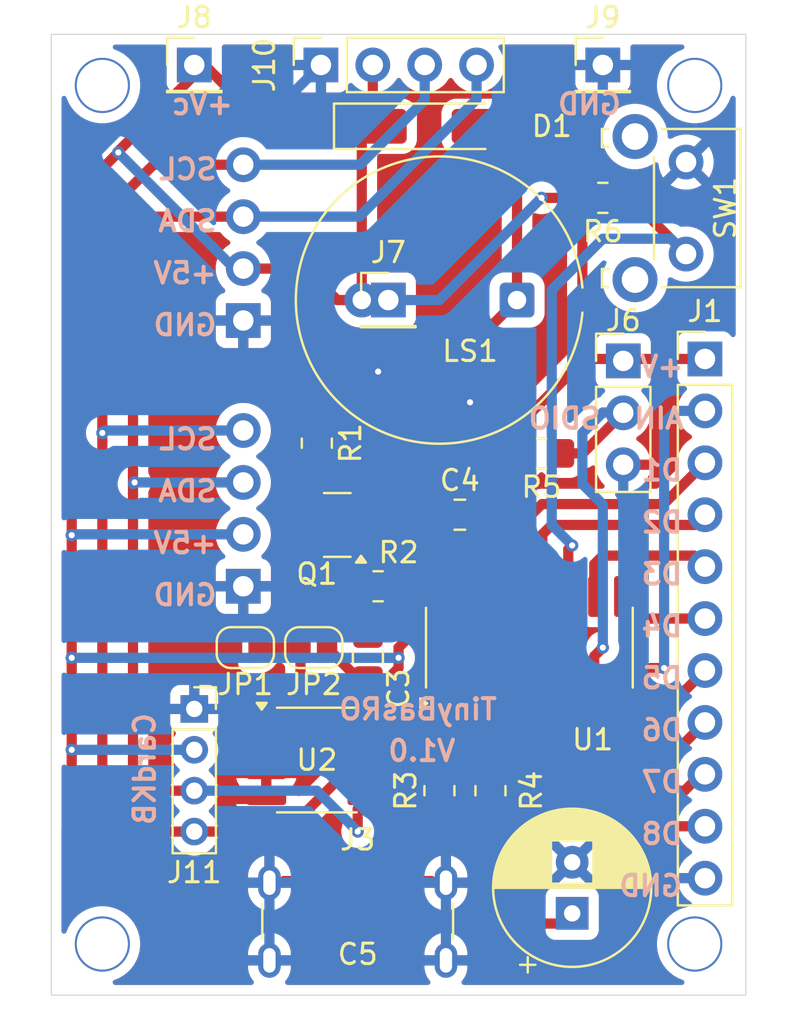
<source format=kicad_pcb>
(kicad_pcb (version 20241229) (generator "pcbnew") (generator_version "9.0")
  (layers (0 "F.Cu" signal) (2 "B.Cu" signal) (13 "F.Paste" user) (15 "B.Paste" user) (5 "F.SilkS" user "F.Silkscreen") (7 "B.SilkS" user "B.Silkscreen") (1 "F.Mask" user) (3 "B.Mask" user) (25 "Edge.Cuts" user))
  (net 0 "")
  (net 1 "VCC")
  (net 2 "GND")
  (net 3 "Net-(D1-A)")
  (net 4 "Net-(J1-Pin_10)")
  (net 5 "Net-(J1-Pin_9)")
  (net 6 "Net-(J1-Pin_7)")
  (net 7 "Net-(J1-Pin_8)")
  (net 8 "Net-(J1-Pin_4)")
  (net 9 "Net-(J1-Pin_2)")
  (net 10 "Net-(J1-Pin_3)")
  (net 11 "Net-(J1-Pin_5)")
  (net 12 "Net-(J1-Pin_6)")
  (net 13 "Net-(J10-Pin_3)")
  (net 14 "Net-(J10-Pin_4)")
  (net 17 "Net-(J6-Pin_2)")
  (net 18 "Net-(Q1-C)")
  (net 19 "Net-(Q1-B)")
  (net 20 "Net-(U1-PC0)")
  (net 21 "Net-(U1-PD7)")
  (net 22 "Net-(JP1-A)")
  (footprint "Connector_PinHeader_2.54mm:PinHeader_1x01_P2.54mm_Vertical" (layer "F.Cu") (at 116.5 113)
    (property "Reference" "J7" (at 0 -2.33 0) (layer "F.SilkS"))
    (property "Value" "Conn_01x01_Pin" (hide yes))
    (pad "1" thru_hole rect (at 0 0) (size 1.7 1.7) (drill 1) (layers "*.Cu" "*.Mask") (net 1 "VCC"))
  )
  (footprint "Connector_PinHeader_2.54mm:PinHeader_1x01_P2.54mm_Vertical" (layer "F.Cu") (at 127 101.5)
    (property "Reference" "J9" (at 0 -2.33 0) (layer "F.SilkS"))
    (property "Value" "Conn_01x01_Pin" (hide yes))
    (pad "1" thru_hole rect (at 0 0) (size 1.7 1.7) (drill 1) (layers "*.Cu" "*.Mask") (net 2 "GND"))
  )
  (footprint "Jumper:SolderJumper-2_P1.3mm_Open_RoundedPad1.0x1.5mm" (layer "F.Cu") (at 109.5 130 180)
    (property "Reference" "JP1" (at 0 -1.8 0) (layer "F.SilkS"))
    (property "Value" "SolderJumper_2_Open" (hide yes))
    (pad "1" smd custom (at -0.65 0 180) (size 1 0.5) (layers "F.Cu" "F.Mask") (net 22 "Net-(JP1-A)") (options (clearance outline) (anchor rect)) (primitives (gr_circle (center 0 0.25) (end 0.5 0.25) (width 0) (fill yes)) (gr_circle (center 0 -0.25) (end 0.5 -0.25) (width 0) (fill yes)) (gr_poly (pts (xy 0.5 0.75) (xy 0 0.75) (xy 0 -0.75) (xy 0.5 -0.75)) (width 0) (fill yes))))
    (pad "2" smd custom (at 0.65 0 180) (size 1 0.5) (layers "F.Cu" "F.Mask") (net 2 "GND") (options (clearance outline) (anchor rect)) (primitives (gr_circle (center 0 0.25) (end 0.5 0.25) (width 0) (fill yes)) (gr_circle (center 0 -0.25) (end 0.5 -0.25) (width 0) (fill yes)) (gr_poly (pts (xy 0 0.75) (xy -0.5 0.75) (xy -0.5 -0.75) (xy 0 -0.75)) (width 0) (fill yes))))
  )
  (footprint "Connector_PinHeader_2.54mm:PinHeader_1x01_P2.54mm_Vertical" (layer "F.Cu") (at 107 101.5)
    (property "Reference" "J8" (at 0 -2.33 0) (layer "F.SilkS"))
    (property "Value" "Conn_01x01_Pin" (hide yes))
    (pad "1" thru_hole rect (at 0 0) (size 1.7 1.7) (drill 1) (layers "*.Cu" "*.Mask") (net 1 "VCC"))
  )
  (footprint "Resistor_SMD:R_0805_2012Metric_Pad1.20x1.40mm_HandSolder" (layer "F.Cu") (at 113 120 -90)
    (property "Reference" "R1" (at 0 -1.65 90) (layer "F.SilkS"))
    (property "Value" "100R")
    (pad "1" smd roundrect (at -1 0 270) (size 1.2 1.4) (layers "F.Cu" "F.Mask" "F.Paste") (roundrect_rratio 0.208333) (net 3 "Net-(D1-A)"))
    (pad "2" smd roundrect (at 1 0 270) (size 1.2 1.4) (layers "F.Cu" "F.Mask" "F.Paste") (roundrect_rratio 0.208333) (net 18 "Net-(Q1-C)"))
  )
  (footprint "Buzzer_Beeper:Indicator_PUI_AI-1440-TWT-24V-2-R" (layer "F.Cu") (at 122.8 113 180)
    (property "Reference" "LS1" (at 2.3 -2.5 0) (layer "F.SilkS"))
    (property "Value" "Speaker")
    (pad "1" thru_hole roundrect (at 0 0 180) (size 1.7 1.7) (drill 0.9) (layers "*.Cu" "*.Mask") (roundrect_rratio 0.147) (net 3 "Net-(D1-A)"))
    (pad "2" thru_hole circle (at 7.6 0 180) (size 1.7 1.7) (drill 0.9) (layers "*.Cu" "*.Mask") (net 1 "VCC"))
  )
  (footprint "Connector_USB:USB_C_Receptacle_GCT_USB4125-xx-x_6P_TopMnt_Horizontal" (layer "F.Cu") (at 115 144.5)
    (property "Reference" "J3" (at 0 -5.1 0) (layer "F.SilkS"))
    (property "Value" "USB_C_6P" (hide yes))
    (pad "A5" smd roundrect (at -0.5 -3.08) (size 0.7 1.2) (layers "F.Cu" "F.Mask" "F.Paste"))
    (pad "A9" smd roundrect (at 1.52 -3.08 180) (size 0.76 1.2) (layers "F.Cu" "F.Mask" "F.Paste") (net 1 "VCC"))
    (pad "A12" smd roundrect (at 2.75 -3.08 180) (size 0.8 1.2) (layers "F.Cu" "F.Mask" "F.Paste") (net 2 "GND"))
    (pad "B5" smd roundrect (at 0.5 -3.08 180) (size 0.7 1.2) (layers "F.Cu" "F.Mask" "F.Paste"))
    (pad "B9" smd roundrect (at -1.52 -3.08) (size 0.76 1.2) (layers "F.Cu" "F.Mask" "F.Paste") (net 1 "VCC"))
    (pad "B12" smd roundrect (at -2.75 -3.08) (size 0.8 1.2) (layers "F.Cu" "F.Mask" "F.Paste") (net 2 "GND"))
    (pad "S1" thru_hole oval (at -4.32 -3) (size 1.1 1.7) (drill oval 0.6 1.2) (property pad_prop_heatsink) (layers "*.Cu" "*.Mask" "F.Paste") (net 2 "GND"))
    (pad "S1" thru_hole oval (at -4.32 0.8) (size 1.1 1.7) (drill oval 0.6 1.2) (property pad_prop_heatsink) (layers "*.Cu" "*.Mask" "F.Paste") (net 2 "GND"))
    (pad "S1" thru_hole oval (at 4.32 -3) (size 1.1 1.7) (drill oval 0.6 1.2) (property pad_prop_heatsink) (layers "*.Cu" "*.Mask" "F.Paste") (net 2 "GND"))
    (pad "S1" thru_hole oval (at 4.32 0.8) (size 1.1 1.7) (drill oval 0.6 1.2) (property pad_prop_heatsink) (layers "*.Cu" "*.Mask" "F.Paste") (net 2 "GND"))
  )
  (footprint "Jumper:SolderJumper-2_P1.3mm_Open_RoundedPad1.0x1.5mm" (layer "F.Cu") (at 112.85 130 180)
    (property "Reference" "JP2" (at 0 -1.8 0) (layer "F.SilkS"))
    (property "Value" "SolderJumper_2_Open" (hide yes))
    (pad "1" smd custom (at -0.65 0 180) (size 1 0.5) (layers "F.Cu" "F.Mask") (net 1 "VCC") (options (clearance outline) (anchor rect)) (primitives (gr_circle (center 0 0.25) (end 0.5 0.25) (width 0) (fill yes)) (gr_circle (center 0 -0.25) (end 0.5 -0.25) (width 0) (fill yes)) (gr_poly (pts (xy 0.5 0.75) (xy 0 0.75) (xy 0 -0.75) (xy 0.5 -0.75)) (width 0) (fill yes))))
    (pad "2" smd custom (at 0.65 0 180) (size 1 0.5) (layers "F.Cu" "F.Mask") (net 22 "Net-(JP1-A)") (options (clearance outline) (anchor rect)) (primitives (gr_circle (center 0 0.25) (end 0.5 0.25) (width 0) (fill yes)) (gr_circle (center 0 -0.25) (end 0.5 -0.25) (width 0) (fill yes)) (gr_poly (pts (xy 0 0.75) (xy -0.5 0.75) (xy -0.5 -0.75) (xy 0 -0.75)) (width 0) (fill yes))))
  )
  (footprint "Capacitor_THT:CP_Radial_D7.5mm_P2.50mm" (layer "F.Cu") (at 125.5 143 90)
    (property "Reference" "C5" (at -2 -10.5 180) (layer "F.SilkS"))
    (property "Value" "100u")
    (pad "1" thru_hole rect (at 0 0 90) (size 1.6 1.6) (drill 0.8) (layers "*.Cu" "*.Mask") (net 1 "VCC"))
    (pad "2" thru_hole circle (at 2.5 0 90) (size 1.6 1.6) (drill 0.8) (layers "*.Cu" "*.Mask") (net 2 "GND"))
  )
  (footprint "Resistor_SMD:R_0805_2012Metric_Pad1.20x1.40mm_HandSolder" (layer "F.Cu") (at 116 127)
    (property "Reference" "R2" (at 1 -1.65 0) (layer "F.SilkS"))
    (property "Value" "3K9")
    (pad "1" smd roundrect (at -1 0) (size 1.2 1.4) (layers "F.Cu" "F.Mask" "F.Paste") (roundrect_rratio 0.208333) (net 19 "Net-(Q1-B)"))
    (pad "2" smd roundrect (at 1 0) (size 1.2 1.4) (layers "F.Cu" "F.Mask" "F.Paste") (roundrect_rratio 0.208333) (net 20 "Net-(U1-PC0)"))
  )
  (footprint "Connector_PinHeader_2.54mm:PinHeader_1x03_P2.54mm_Vertical" (layer "F.Cu") (at 128 115.975)
    (property "Reference" "J6" (at 0 -1.975 0) (layer "F.SilkS"))
    (property "Value" "Conn_01x03_Pin" (hide yes))
    (pad "1" thru_hole rect (at 0 0) (size 1.7 1.7) (drill 1) (layers "*.Cu" "*.Mask") (net 1 "VCC"))
    (pad "2" thru_hole oval (at 0 2.54) (size 1.7 1.7) (drill 1) (layers "*.Cu" "*.Mask") (net 17 "Net-(J6-Pin_2)"))
    (pad "3" thru_hole oval (at 0 5.08) (size 1.7 1.7) (drill 1) (layers "*.Cu" "*.Mask") (net 2 "GND"))
  )
  (footprint "Capacitor_SMD:C_0805_2012Metric_Pad1.18x1.45mm_HandSolder" (layer "F.Cu") (at 120 123.5)
    (property "Reference" "C4" (at 0 -1.68 0) (layer "F.SilkS"))
    (property "Value" "100n")
    (pad "1" smd roundrect (at -1.0375 0) (size 1.175 1.45) (layers "F.Cu" "F.Mask" "F.Paste") (roundrect_rratio 0.212766) (net 1 "VCC"))
    (pad "2" smd roundrect (at 1.0375 0) (size 1.175 1.45) (layers "F.Cu" "F.Mask" "F.Paste") (roundrect_rratio 0.212766) (net 2 "GND"))
  )
  (footprint "Connector_PinSocket_2.00mm:PinSocket_1x04_P2.00mm_Vertical" (layer "F.Cu") (at 107 133)
    (property "Reference" "J11" (at 0 8 0) (layer "F.SilkS"))
    (property "Value" "Conn_01x04_Socket" (hide yes))
    (pad "1" thru_hole rect (at 0 0) (size 1.35 1.35) (drill 0.8) (layers "*.Cu" "*.Mask") (net 2 "GND"))
    (pad "2" thru_hole oval (at 0 2) (size 1.35 1.35) (drill 0.8) (layers "*.Cu" "*.Mask") (net 1 "VCC"))
    (pad "3" thru_hole oval (at 0 4) (size 1.35 1.35) (drill 0.8) (layers "*.Cu" "*.Mask") (net 14 "Net-(J10-Pin_4)"))
    (pad "4" thru_hole oval (at 0 6) (size 1.35 1.35) (drill 0.8) (layers "*.Cu" "*.Mask") (net 13 "Net-(J10-Pin_3)"))
  )
  (footprint "Package_SO:SOIC-8_3.9x4.9mm_P1.27mm" (layer "F.Cu") (at 113 135.5)
    (property "Reference" "U2" (at 0 0 0) (layer "F.SilkS"))
    (property "Value" "AT24C256")
    (pad "1" smd roundrect (at -2.475 -1.905) (size 1.95 0.6) (layers "F.Cu" "F.Mask" "F.Paste") (net 2 "GND"))
    (pad "2" smd roundrect (at -2.475 -0.635) (size 1.95 0.6) (layers "F.Cu" "F.Mask" "F.Paste") (net 2 "GND"))
    (pad "3" smd roundrect (at -2.475 0.635) (size 1.95 0.6) (layers "F.Cu" "F.Mask" "F.Paste") (net 2 "GND"))
    (pad "4" smd roundrect (at -2.475 1.905) (size 1.95 0.6) (layers "F.Cu" "F.Mask" "F.Paste") (net 2 "GND"))
    (pad "5" smd roundrect (at 2.475 1.905) (size 1.95 0.6) (layers "F.Cu" "F.Mask" "F.Paste") (net 14 "Net-(J10-Pin_4)"))
    (pad "6" smd roundrect (at 2.475 0.635) (size 1.95 0.6) (layers "F.Cu" "F.Mask" "F.Paste") (net 13 "Net-(J10-Pin_3)"))
    (pad "7" smd roundrect (at 2.475 -0.635) (size 1.95 0.6) (layers "F.Cu" "F.Mask" "F.Paste") (net 22 "Net-(JP1-A)"))
    (pad "8" smd roundrect (at 2.475 -1.905) (size 1.95 0.6) (layers "F.Cu" "F.Mask" "F.Paste") (net 1 "VCC"))
  )
  (footprint "Resistor_SMD:R_0805_2012Metric_Pad1.20x1.40mm_HandSolder" (layer "F.Cu") (at 124 120.5 180)
    (property "Reference" "R5" (at 0 -1.65 0) (layer "F.SilkS"))
    (property "Value" "3K9")
    (pad "1" smd roundrect (at -1 0 180) (size 1.2 1.4) (layers "F.Cu" "F.Mask" "F.Paste") (roundrect_rratio 0.208333) (net 17 "Net-(J6-Pin_2)"))
    (pad "2" smd roundrect (at 1 0 180) (size 1.2 1.4) (layers "F.Cu" "F.Mask" "F.Paste") (roundrect_rratio 0.208333) (net 1 "VCC"))
  )
  (footprint "Package_TO_SOT_SMD:SOT-23" (layer "F.Cu") (at 114 124 180)
    (property "Reference" "Q1" (at 1 -2.4 0) (layer "F.SilkS"))
    (property "Value" "BC846")
    (pad "1" smd roundrect (at -0.9375 -0.95 180) (size 1.475 0.6) (layers "F.Cu" "F.Mask" "F.Paste") (net 19 "Net-(Q1-B)"))
    (pad "2" smd roundrect (at -0.9375 0.95 180) (size 1.475 0.6) (layers "F.Cu" "F.Mask" "F.Paste") (net 2 "GND"))
    (pad "3" smd roundrect (at 0.9375 0 180) (size 1.475 0.6) (layers "F.Cu" "F.Mask" "F.Paste") (net 18 "Net-(Q1-C)"))
  )
  (footprint "Resistor_SMD:R_0805_2012Metric_Pad1.20x1.40mm_HandSolder" (layer "F.Cu") (at 121.5 137 90)
    (property "Reference" "R4" (at 0 2 90) (layer "F.SilkS"))
    (property "Value" "3K9")
    (pad "1" smd roundrect (at -1 0 90) (size 1.2 1.4) (layers "F.Cu" "F.Mask" "F.Paste") (roundrect_rratio 0.208333) (net 1 "VCC"))
    (pad "2" smd roundrect (at 1 0 90) (size 1.2 1.4) (layers "F.Cu" "F.Mask" "F.Paste") (roundrect_rratio 0.208333) (net 13 "Net-(J10-Pin_3)"))
  )
  (footprint "Button_Switch_THT:SW_Tactile_SKHH_Angled" (layer "F.Cu") (at 131.075 106.25 -90)
    (property "Reference" "SW1" (at 2.25 -1.925 90) (layer "F.SilkS"))
    (property "Value" "SW_Push" (hide yes))
    (pad "" thru_hole circle (at -1.25 2.5 90) (size 2.2 2.2) (drill 1.3) (layers "*.Cu" "*.Mask"))
    (pad "" thru_hole circle (at 5.75 2.5 90) (size 2.2 2.2) (drill 1.3) (layers "*.Cu" "*.Mask"))
    (pad "1" thru_hole circle (at 0 0 90) (size 1.7 1.7) (drill 1) (layers "*.Cu" "*.Mask") (net 2 "GND"))
    (pad "2" thru_hole circle (at 4.5 0 90) (size 1.7 1.7) (drill 1) (layers "*.Cu" "*.Mask") (net 21 "Net-(U1-PD7)"))
  )
  (footprint "Connector_PinHeader_2.54mm:PinHeader_1x11_P2.54mm_Vertical" (layer "F.Cu") (at 132 115.88)
    (property "Reference" "J1" (at 0 -2.33 0) (layer "F.SilkS"))
    (property "Value" "Conn_01x11_Pin" (hide yes))
    (pad "1" thru_hole rect (at 0 0) (size 1.7 1.7) (drill 1) (layers "*.Cu" "*.Mask") (net 1 "VCC"))
    (pad "2" thru_hole oval (at 0 2.54) (size 1.7 1.7) (drill 1) (layers "*.Cu" "*.Mask") (net 9 "Net-(J1-Pin_2)"))
    (pad "3" thru_hole oval (at 0 5.08) (size 1.7 1.7) (drill 1) (layers "*.Cu" "*.Mask") (net 10 "Net-(J1-Pin_3)"))
    (pad "4" thru_hole oval (at 0 7.62) (size 1.7 1.7) (drill 1) (layers "*.Cu" "*.Mask") (net 8 "Net-(J1-Pin_4)"))
    (pad "5" thru_hole oval (at 0 10.16) (size 1.7 1.7) (drill 1) (layers "*.Cu" "*.Mask") (net 11 "Net-(J1-Pin_5)"))
    (pad "6" thru_hole oval (at 0 12.7) (size 1.7 1.7) (drill 1) (layers "*.Cu" "*.Mask") (net 12 "Net-(J1-Pin_6)"))
    (pad "7" thru_hole oval (at 0 15.24) (size 1.7 1.7) (drill 1) (layers "*.Cu" "*.Mask") (net 6 "Net-(J1-Pin_7)"))
    (pad "8" thru_hole oval (at 0 17.78) (size 1.7 1.7) (drill 1) (layers "*.Cu" "*.Mask") (net 7 "Net-(J1-Pin_8)"))
    (pad "9" thru_hole oval (at 0 20.32) (size 1.7 1.7) (drill 1) (layers "*.Cu" "*.Mask") (net 5 "Net-(J1-Pin_9)"))
    (pad "10" thru_hole oval (at 0 22.86) (size 1.7 1.7) (drill 1) (layers "*.Cu" "*.Mask") (net 4 "Net-(J1-Pin_10)"))
    (pad "11" thru_hole oval (at 0 25.4) (size 1.7 1.7) (drill 1) (layers "*.Cu" "*.Mask") (net 2 "GND"))
  )
  (footprint "Capacitor_SMD:C_0805_2012Metric_Pad1.18x1.45mm_HandSolder" (layer "F.Cu") (at 115.5 130.4625 90)
    (property "Reference" "C3" (at -1.5375 1.5 90) (layer "F.SilkS"))
    (property "Value" "100n")
    (pad "1" smd roundrect (at -1.0375 0 90) (size 1.175 1.45) (layers "F.Cu" "F.Mask" "F.Paste") (roundrect_rratio 0.212766) (net 1 "VCC"))
    (pad "2" smd roundrect (at 1.0375 0 90) (size 1.175 1.45) (layers "F.Cu" "F.Mask" "F.Paste") (roundrect_rratio 0.212766) (net 2 "GND"))
  )
  (footprint "Resistor_SMD:R_0805_2012Metric_Pad1.20x1.40mm_HandSolder" (layer "F.Cu") (at 119 137 90)
    (property "Reference" "R3" (at 0 -1.65 90) (layer "F.SilkS"))
    (property "Value" "3K9")
    (pad "1" smd roundrect (at -1 0 90) (size 1.2 1.4) (layers "F.Cu" "F.Mask" "F.Paste") (roundrect_rratio 0.208333) (net 1 "VCC"))
    (pad "2" smd roundrect (at 1 0 90) (size 1.2 1.4) (layers "F.Cu" "F.Mask" "F.Paste") (roundrect_rratio 0.208333) (net 14 "Net-(J10-Pin_4)"))
  )
  (footprint "Connector_PinSocket_2.54mm:PinSocket_1x04_P2.54mm_Vertical" (layer "F.Cu") (at 113.2 101.5 90)
    (property "Reference" "J10" (at 0 -2.77 90) (layer "F.SilkS"))
    (property "Value" "Conn_01x04_Socket" (hide yes))
    (pad "1" thru_hole rect (at 0 0 90) (size 1.7 1.7) (drill 1) (layers "*.Cu" "*.Mask") (net 2 "GND"))
    (pad "2" thru_hole oval (at 0 2.54 90) (size 1.7 1.7) (drill 1) (layers "*.Cu" "*.Mask") (net 1 "VCC"))
    (pad "3" thru_hole oval (at 0 5.08 90) (size 1.7 1.7) (drill 1) (layers "*.Cu" "*.Mask") (net 13 "Net-(J10-Pin_3)"))
    (pad "4" thru_hole oval (at 0 7.62 90) (size 1.7 1.7) (drill 1) (layers "*.Cu" "*.Mask") (net 14 "Net-(J10-Pin_4)"))
  )
  (footprint "Resistor_SMD:R_0805_2012Metric_Pad1.20x1.40mm_HandSolder" (layer "F.Cu") (at 127 108 180)
    (property "Reference" "R6" (at 0 -1.65 0) (layer "F.SilkS"))
    (property "Value" "3K9")
    (pad "1" smd roundrect (at -1 0 180) (size 1.2 1.4) (layers "F.Cu" "F.Mask" "F.Paste") (roundrect_rratio 0.208333) (net 21 "Net-(U1-PD7)"))
    (pad "2" smd roundrect (at 1 0 180) (size 1.2 1.4) (layers "F.Cu" "F.Mask" "F.Paste") (roundrect_rratio 0.208333) (net 1 "VCC"))
  )
  (footprint "Diode_SMD:D_MiniMELF_Handsoldering" (layer "F.Cu") (at 118.5 104.5)
    (property "Reference" "D1" (at 6 0 0) (layer "F.SilkS"))
    (property "Value" "1N4148")
    (pad "1" smd roundrect (at -2.75 0) (size 3.3 1.7) (layers "F.Cu" "F.Mask" "F.Paste") (roundrect_rratio 0.1470588235) (net 1 "VCC"))
    (pad "2" smd roundrect (at 2.75 0) (size 3.3 1.7) (layers "F.Cu" "F.Mask" "F.Paste") (roundrect_rratio 0.1470588235) (net 3 "Net-(D1-A)"))
  )
  (footprint "Package_SO:SOP-16_3.9x9.9mm_P1.27mm" (layer "F.Cu") (at 123.405 130 90)
    (property "Reference" "U1" (at -4.5 3.095 180) (layer "F.SilkS"))
    (property "Value" "CH32V003AxMx")
    (pad "1" smd roundrect (at -2.5 -4.445 90) (size 2 0.6) (layers "F.Cu" "F.Mask" "F.Paste") (net 14 "Net-(J10-Pin_4)"))
    (pad "2" smd roundrect (at -2.5 -3.175 90) (size 2 0.6) (layers "F.Cu" "F.Mask" "F.Paste") (net 13 "Net-(J10-Pin_3)"))
    (pad "3" smd roundrect (at -2.5 -1.905 90) (size 2 0.6) (layers "F.Cu" "F.Mask" "F.Paste") (net 4 "Net-(J1-Pin_10)"))
    (pad "4" smd roundrect (at -2.5 -0.635 90) (size 2 0.6) (layers "F.Cu" "F.Mask" "F.Paste") (net 5 "Net-(J1-Pin_9)"))
    (pad "5" smd roundrect (at -2.5 0.635 90) (size 2 0.6) (layers "F.Cu" "F.Mask" "F.Paste") (net 7 "Net-(J1-Pin_8)"))
    (pad "6" smd roundrect (at -2.5 1.905 90) (size 2 0.6) (layers "F.Cu" "F.Mask" "F.Paste") (net 6 "Net-(J1-Pin_7)"))
    (pad "7" smd roundrect (at -2.5 3.175 90) (size 2 0.6) (layers "F.Cu" "F.Mask" "F.Paste") (net 17 "Net-(J6-Pin_2)"))
    (pad "8" smd roundrect (at -2.5 4.445 90) (size 2 0.6) (layers "F.Cu" "F.Mask" "F.Paste") (net 9 "Net-(J1-Pin_2)"))
    (pad "9" smd roundrect (at 2.5 4.445 90) (size 2 0.6) (layers "F.Cu" "F.Mask" "F.Paste") (net 12 "Net-(J1-Pin_6)"))
    (pad "10" smd roundrect (at 2.5 3.175 90) (size 2 0.6) (layers "F.Cu" "F.Mask" "F.Paste") (net 11 "Net-(J1-Pin_5)"))
    (pad "11" smd roundrect (at 2.5 1.905 90) (size 2 0.6) (layers "F.Cu" "F.Mask" "F.Paste") (net 21 "Net-(U1-PD7)"))
    (pad "12" smd roundrect (at 2.5 0.635 90) (size 2 0.6) (layers "F.Cu" "F.Mask" "F.Paste") (net 8 "Net-(J1-Pin_4)"))
    (pad "13" smd roundrect (at 2.5 -0.635 90) (size 2 0.6) (layers "F.Cu" "F.Mask" "F.Paste") (net 10 "Net-(J1-Pin_3)"))
    (pad "14" smd roundrect (at 2.5 -1.905 90) (size 2 0.6) (layers "F.Cu" "F.Mask" "F.Paste") (net 2 "GND"))
    (pad "15" smd roundrect (at 2.5 -3.175 90) (size 2 0.6) (layers "F.Cu" "F.Mask" "F.Paste") (net 1 "VCC"))
    (pad "16" smd roundrect (at 2.5 -4.445 90) (size 2 0.6) (layers "F.Cu" "F.Mask" "F.Paste") (net 20 "Net-(U1-PC0)"))
  )
  (footprint "Connector_PinSocket_2.54mm:PinSocket_1x04_P2.54mm_Horizontal" (layer "B.Cu") (at 109.4 127)
    (property "Reference" "J5")
    (property "Value" "Conn_01x04_Socket")
    (pad "1" thru_hole rect (at 0 0) (size 1.7 1.7) (drill 1) (layers "*.Cu" "*.Mask") (net 2 "GND"))
    (pad "2" thru_hole oval (at 0 -2.54) (size 1.7 1.7) (drill 1) (layers "*.Cu" "*.Mask") (net 1 "VCC"))
    (pad "3" thru_hole oval (at 0 -5.08) (size 1.7 1.7) (drill 1) (layers "*.Cu" "*.Mask") (net 14 "Net-(J10-Pin_4)"))
    (pad "4" thru_hole oval (at 0 -7.62) (size 1.7 1.7) (drill 1) (layers "*.Cu" "*.Mask") (net 13 "Net-(J10-Pin_3)"))
  )
  (footprint "Connector_PinSocket_2.54mm:PinSocket_1x04_P2.54mm_Horizontal" (layer "B.Cu") (at 109.4 114)
    (property "Reference" "J2")
    (property "Value" "Conn_01x04_Socket")
    (pad "1" thru_hole rect (at 0 0) (size 1.7 1.7) (drill 1) (layers "*.Cu" "*.Mask") (net 2 "GND"))
    (pad "2" thru_hole oval (at 0 -2.54) (size 1.7 1.7) (drill 1) (layers "*.Cu" "*.Mask") (net 1 "VCC"))
    (pad "3" thru_hole oval (at 0 -5.08) (size 1.7 1.7) (drill 1) (layers "*.Cu" "*.Mask") (net 14 "Net-(J10-Pin_4)"))
    (pad "4" thru_hole oval (at 0 -7.62) (size 1.7 1.7) (drill 1) (layers "*.Cu" "*.Mask") (net 13 "Net-(J10-Pin_3)"))
  )
  (gr_line (start 100 147) (end 100 100) (stroke (width 0.05)) (layer "Edge.Cuts"))
  (gr_line (start 134 100) (end 134 147) (stroke (width 0.05)) (layer "Edge.Cuts"))
  (gr_line (start 134 147) (end 100 147) (stroke (width 0.05)) (layer "Edge.Cuts"))
  (gr_line (start 100 100) (end 134 100) (stroke (width 0.05)) (layer "Edge.Cuts"))
  (gr_text "GND" (at 128 104 0) (layer "B.SilkS") (effects (font (size 1 1) (thickness 0.2) (bold yes)) (justify left bottom mirror)))
  (gr_text "GND" (at 108.204 114.808 0) (layer "B.SilkS") (effects (font (size 1 1) (thickness 0.2) (bold yes)) (justify left bottom mirror)))
  (gr_text "GND" (at 108.204 128.016 0) (layer "B.SilkS") (effects (font (size 1 1) (thickness 0.2) (bold yes)) (justify left bottom mirror)))
  (gr_text "+5V" (at 108.204 125.476 0) (layer "B.SilkS") (effects (font (size 1 1) (thickness 0.2) (bold yes)) (justify left bottom mirror)))
  (gr_text "D3" (at 131 127 0) (layer "B.SilkS") (effects (font (size 1 1) (thickness 0.2) (bold yes)) (justify left bottom mirror)))
  (gr_text "AIN" (at 131.064 119.38 0) (layer "B.SilkS") (effects (font (size 1 1) (thickness 0.2) (bold yes)) (justify left bottom mirror)))
  (gr_text "V1.0" (at 119.888 135.636 0) (layer "B.SilkS") (effects (font (size 1 1) (thickness 0.2) (bold yes)) (justify left bottom mirror)))
  (gr_text "D1" (at 131 121.92 0) (layer "B.SilkS") (effects (font (size 1 1) (thickness 0.2) (bold yes)) (justify left bottom mirror)))
  (gr_text "D4" (at 131 129.54 0) (layer "B.SilkS") (effects (font (size 1 1) (thickness 0.2) (bold yes)) (justify left bottom mirror)))
  (gr_text "+V" (at 131.064 116.84 0) (layer "B.SilkS") (effects (font (size 1 1) (thickness 0.2) (bold yes)) (justify left bottom mirror)))
  (gr_text "D2" (at 131 124.46 0) (layer "B.SilkS") (effects (font (size 1 1) (thickness 0.2) (bold yes)) (justify left bottom mirror)))
  (gr_text "TinyBasRO" (at 121.92 133.604 0) (layer "B.SilkS") (effects (font (size 1 1) (thickness 0.2) (bold yes)) (justify left bottom mirror)))
  (gr_text "D7" (at 131 137.16 0) (layer "B.SilkS") (effects (font (size 1 1) (thickness 0.2) (bold yes)) (justify left bottom mirror)))
  (gr_text "D6" (at 131 134.62 0) (layer "B.SilkS") (effects (font (size 1 1) (thickness 0.2) (bold yes)) (justify left bottom mirror)))
  (gr_text "D8" (at 131 139.7 0) (layer "B.SilkS") (effects (font (size 1 1) (thickness 0.2) (bold yes)) (justify left bottom mirror)))
  (gr_text "SCL" (at 108.204 120.396 0) (layer "B.SilkS") (effects (font (size 1 1) (thickness 0.2) (bold yes)) (justify left bottom mirror)))
  (gr_text "D5" (at 131 132.08 0) (layer "B.SilkS") (effects (font (size 1 1) (thickness 0.2) (bold yes)) (justify left bottom mirror)))
  (gr_text "CardKB" (at 105.156 133.096 90) (layer "B.SilkS") (effects (font (size 1 1) (thickness 0.2) (bold yes)) (justify left bottom mirror)))
  (gr_text "SCL" (at 108.204 107.188 0) (layer "B.SilkS") (effects (font (size 1 1) (thickness 0.2) (bold yes)) (justify left bottom mirror)))
  (gr_text "GND" (at 131 142.24 0) (layer "B.SilkS") (effects (font (size 1 1) (thickness 0.2) (bold yes)) (justify left bottom mirror)))
  (gr_text "SDA" (at 108.204 109.728 0) (layer "B.SilkS") (effects (font (size 1 1) (thickness 0.2) (bold yes)) (justify left bottom mirror)))
  (gr_text "SDIO" (at 127 119.38 0) (layer "B.SilkS") (effects (font (size 1 1) (thickness 0.2) (bold yes)) (justify left bottom mirror)))
  (gr_text "+Vc" (at 109 104 0) (layer "B.SilkS") (effects (font (size 1 1) (thickness 0.2) (bold yes)) (justify left bottom mirror)))
  (gr_text "SDA" (at 108.204 122.936 0) (layer "B.SilkS") (effects (font (size 1 1) (thickness 0.2) (bold yes)) (justify left bottom mirror)))
  (gr_text "+5V" (at 108.204 112.268 0) (layer "B.SilkS") (effects (font (size 1 1) (thickness 0.2) (bold yes)) (justify left bottom mirror)))
  (via (at 102.5 144.5) (size 2.7) (drill 2.5) (layers "F.Cu" "B.Cu") (net 0))
  (via (at 131.5 144.5) (size 2.7) (drill 2.5) (layers "F.Cu" "B.Cu") (net 0))
  (via (at 102.5 102.5) (size 2.7) (drill 2.5) (layers "F.Cu" "B.Cu") (net 0))
  (via (at 131.5 102.5) (size 2.7) (drill 2.5) (layers "F.Cu" "B.Cu") (net 0))
  (segment (start 117 130) (end 117.5 129.5) (width 0.5) (layer "F.Cu") (net 1))
  (segment (start 115.74 101.5) (end 115.74 104.49) (width 0.5) (layer "F.Cu") (net 1))
  (segment (start 115.2 113) (end 115.2 105.05) (width 0.5) (layer "F.Cu") (net 1))
  (segment (start 116.5 142.5) (end 116.52 142.48) (width 0.5) (layer "F.Cu") (net 1))
  (segment (start 125.5 143) (end 125 143.5) (width 0.5) (layer "F.Cu") (net 1))
  (segment (start 126 115.76) (end 126.12 115.88) (width 0.5) (layer "F.Cu") (net 1))
  (segment (start 117 130.5) (end 117 130) (width 0.5) (layer "F.Cu") (net 1))
  (segment (start 117.5 129.5) (end 119.5 129.5) (width 0.5) (layer "F.Cu") (net 1))
  (segment (start 114 113) (end 115.2 113) (width 0.5) (layer "F.Cu") (net 1))
  (segment (start 106.5 143.5) (end 109.5 143.5) (width 0.5) (layer "F.Cu") (net 1))
  (segment (start 114 143.5) (end 113.5 143.5) (width 0.5) (layer "F.Cu") (net 1))
  (segment (start 126 108) (end 126 115.76) (width 0.5) (layer "F.Cu") (net 1))
  (segment (start 110 143.5) (end 109.5 143.5) (width 0.5) (layer "F.Cu") (net 1))
  (segment (start 115.2 105.05) (end 115.75 104.5) (width 0.5) (layer "F.Cu") (net 1))
  (segment (start 101 138) (end 106.5 143.5) (width 0.5) (layer "F.Cu") (net 1))
  (segment (start 120.23 128.77) (end 120.23 127.5) (width 0.5) (layer "F.Cu") (net 1))
  (segment (start 123 119) (end 126.12 115.88) (width 0.5) (layer "F.Cu") (net 1))
  (segment (start 115.475 131.525) (end 115.5 131.5) (width 0.5) (layer "F.Cu") (net 1))
  (segment (start 103.280331 105.719669) (end 107 102) (width 0.5) (layer "F.Cu") (net 1))
  (segment (start 115.475 133.595) (end 115.475 131.525) (width 0.5) (layer "F.Cu") (net 1))
  (segment (start 101 108.060662) (end 103.280331 105.780331) (width 0.5) (layer "F.Cu") (net 1))
  (segment (start 124 108) (end 126 108) (width 0.5) (layer "F.Cu") (net 1))
  (segment (start 113.48 143.48) (end 113.48 141.42) (width 0.5) (layer "F.Cu") (net 1))
  (segment (start 114 143.5) (end 109.5 143.5) (width 0.5) (layer "F.Cu") (net 1))
  (segment (start 117 131) (end 117 130.5) (width 0.5) (layer "F.Cu") (net 1))
  (segment (start 120.23 127.5) (end 120.23 125.73) (width 0.5) (layer "F.Cu") (net 1))
  (segment (start 110.02 143.48) (end 110 143.5) (width 0.5) (layer "F.Cu") (net 1))
  (segment (start 118 138) (end 119 138) (width 0.5) (layer "F.Cu") (net 1))
  (segment (start 116.52 139.48) (end 118 138) (width 0.5) (layer "F.Cu") (net 1))
  (segment (start 112.46 111.46) (end 114 113) (width 0.5) (layer "F.Cu") (net 1))
  (segment (start 116.5 143.5) (end 114 143.5) (width 0.5) (layer "F.Cu") (net 1))
  (segment (start 115.74 104.49) (end 115.75 104.5) (width 0.5) (layer "F.Cu") (net 1))
  (segment (start 113.5 143.5) (end 113.48 143.48) (width 0.5) (layer "F.Cu") (net 1))
  (segment (start 120.23 125.73) (end 118.9625 124.4625) (width 0.5) (layer "F.Cu") (net 1))
  (segment (start 115.75 104.5) (end 110.5 104.5) (width 0.5) (layer "F.Cu") (net 1))
  (segment (start 101 124.5) (end 101 108.060662) (width 0.5) (layer "F.Cu") (net 1))
  (segment (start 110.02 143.48) (end 113.48 143.48) (width 0.5) (layer "F.Cu") (net 1))
  (segment (start 118.9625 124.4625) (end 118.9625 123.5) (width 0.5) (layer "F.Cu") (net 1))
  (segment (start 116.5 143.5) (end 116.5 142.5) (width 0.5) (layer "F.Cu") (net 1))
  (segment (start 109.4 111.46) (end 112.46 111.46) (width 0.5) (layer "F.Cu") (net 1))
  (segment (start 126.12 115.88) (end 132 115.88) (width 0.5) (layer "F.Cu") (net 1))
  (segment (start 107 102) (end 107 101.5) (width 0.5) (layer "F.Cu") (net 1))
  (segment (start 123 120.5) (end 123 119) (width 0.5) (layer "F.Cu") (net 1))
  (segment (start 101 124.5) (end 101 138) (width 0.5) (layer "F.Cu") (net 1))
  (segment (start 116.52 141.42) (end 116.52 139.48) (width 0.5) (layer "F.Cu") (net 1))
  (segment (start 116.5 131.5) (end 117 131) (width 0.5) (layer "F.Cu") (net 1))
  (segment (start 116.52 142.48) (end 116.52 141.42) (width 0.5) (layer "F.Cu") (net 1))
  (segment (start 115 131.5) (end 113.5 130) (width 0.5) (layer "F.Cu") (net 1))
  (segment (start 115.5 131.5) (end 115 131.5) (width 0.5) (layer "F.Cu") (net 1))
  (segment (start 115.5 131.5) (end 116.5 131.5) (width 0.5) (layer "F.Cu") (net 1))
  (segment (start 106.5 101.5) (end 107.5 101.5) (width 0.5) (layer "F.Cu") (net 1))
  (segment (start 103.280331 105.780331) (end 103.280331 105.719669) (width 0.5) (layer "F.Cu") (net 1))
  (segment (start 119.5 129.5) (end 120.23 128.77) (width 0.5) (layer "F.Cu") (net 1))
  (segment (start 110.5 104.5) (end 107.5 101.5) (width 0.5) (layer "F.Cu") (net 1))
  (segment (start 125 143.5) (end 116.5 143.5) (width 0.5) (layer "F.Cu") (net 1))
  (segment (start 119 138) (end 121.5 138) (width 0.5) (layer "F.Cu") (net 1))
  (via (at 117 130.5) (size 0.6) (drill 0.3) (layers "F.Cu" "B.Cu") (net 1))
  (via (at 103.280331 105.780331) (size 0.6) (drill 0.3) (layers "F.Cu" "B.Cu") (net 1))
  (via (at 124 108) (size 0.6) (drill 0.3) (layers "F.Cu" "B.Cu") (net 1))
  (via (at 101 130.5) (size 0.6) (drill 0.3) (layers "F.Cu" "B.Cu") (net 1))
  (via (at 101 124.5) (size 0.6) (drill 0.3) (layers "F.Cu" "B.Cu") (net 1))
  (via (at 101 135) (size 0.6) (drill 0.3) (layers "F.Cu" "B.Cu") (net 1))
  (segment (start 109.4 124.46) (end 101.04 124.46) (width 0.5) (layer "B.Cu") (net 1))
  (segment (start 124 108) (end 119 113) (width 0.5) (layer "B.Cu") (net 1))
  (segment (start 119 113) (end 116.5 113) (width 0.5) (layer "B.Cu") (net 1))
  (segment (start 101 135) (end 107 135) (width 0.5) (layer "B.Cu") (net 1))
  (segment (start 101.04 124.46) (end 101 124.5) (width 0.5) (layer "B.Cu") (net 1))
  (segment (start 108.96 111.46) (end 109.4 111.46) (width 0.5) (layer "B.Cu") (net 1))
  (segment (start 101 130.5) (end 117 130.5) (width 0.5) (layer "B.Cu") (net 1))
  (segment (start 103.280331 105.780331) (end 108.96 111.46) (width 0.5) (layer "B.Cu") (net 1))
  (segment (start 115.5 129.425) (end 115.425 129.425) (width 0.5) (layer "F.Cu") (net 2))
  (segment (start 115.425 129.425) (end 113 127) (width 0.5) (layer "F.Cu") (net 2))
  (segment (start 113 127) (end 109.4 127) (width 0.5) (layer "F.Cu") (net 2))
  (segment (start 110.525 133.595) (end 110.525 137.405) (width 0.5) (layer "F.Cu") (net 2))
  (via (at 116 116.5) (size 0.6) (drill 0.3) (layers "F.Cu" "B.Cu") (net 2))
  (via (at 120.5 118) (size 0.6) (drill 0.3) (layers "F.Cu" "B.Cu") (net 2))
  (segment (start 110.7 104) (end 105.5 104) (width 0.5) (layer "B.Cu") (net 2))
  (segment (start 101 107) (end 101 109) (width 0.5) (layer "B.Cu") (net 2))
  (segment (start 113.2 101.5) (end 110.7 104) (width 0.5) (layer "B.Cu") (net 2))
  (segment (start 101 109) (end 101 110) (width 0.5) (layer "B.Cu") (net 2))
  (segment (start 106 114) (end 109.4 114) (width 0.5) (layer "B.Cu") (net 2))
  (segment (start 105.5 104) (end 104 104) (width 0.5) (layer "B.Cu") (net 2))
  (segment (start 101 109) (end 106 114) (width 0.5) (layer "B.Cu") (net 2))
  (segment (start 104 104) (end 102.5 105.5) (width 0.5) (layer "B.Cu") (net 2))
  (segment (start 102.5 105.5) (end 101 107) (width 0.5) (layer "B.Cu") (net 2))
  (segment (start 122.8 113) (end 122.8 106.05) (width 0.5) (layer "F.Cu") (net 3))
  (segment (start 122.8 106.05) (end 121.25 104.5) (width 0.5) (layer "F.Cu") (net 3))
  (segment (start 113 119) (end 116.8 119) (width 0.5) (layer "F.Cu") (net 3))
  (segment (start 116.8 119) (end 122.8 113) (width 0.5) (layer "F.Cu") (net 3))
  (segment (start 126.740001 138.74) (end 132 138.74) (width 0.5) (layer "F.Cu") (net 4))
  (segment (start 121.5 132.5) (end 121.5 133.499999) (width 0.5) (layer "F.Cu") (net 4))
  (segment (start 121.5 133.499999) (end 126.740001 138.74) (width 0.5) (layer "F.Cu") (net 4))
  (segment (start 131 137) (end 126.270001 137) (width 0.5) (layer "F.Cu") (net 5))
  (segment (start 122.77 133.499999) (end 122.77 132.5) (width 0.5) (layer "F.Cu") (net 5))
  (segment (start 126.270001 137) (end 122.77 133.499999) (width 0.5) (layer "F.Cu") (net 5))
  (segment (start 131.8 136.2) (end 131 137) (width 0.5) (layer "F.Cu") (net 5))
  (segment (start 132 136.2) (end 131.8 136.2) (width 0.5) (layer "F.Cu") (net 5))
  (segment (start 125.31 133.31) (end 126.5 134.5) (width 0.5) (layer "F.Cu") (net 6))
  (segment (start 125.31 132.5) (end 125.31 133.31) (width 0.5) (layer "F.Cu") (net 6))
  (segment (start 128.62 134.5) (end 132 131.12) (width 0.5) (layer "F.Cu") (net 6))
  (segment (start 126.5 134.5) (end 128.62 134.5) (width 0.5) (layer "F.Cu") (net 6))
  (segment (start 126 135.5) (end 130.16 135.5) (width 0.5) (layer "F.Cu") (net 7))
  (segment (start 124.04 132.5) (end 124.04 133.54) (width 0.5) (layer "F.Cu") (net 7))
  (segment (start 130.16 135.5) (end 132 133.66) (width 0.5) (layer "F.Cu") (net 7))
  (segment (start 124.04 133.54) (end 126 135.5) (width 0.5) (layer "F.Cu") (net 7))
  (segment (start 124.04 127.5) (end 124.04 124.46) (width 0.5) (layer "F.Cu") (net 8))
  (segment (start 124.5 124) (end 131.5 124) (width 0.5) (layer "F.Cu") (net 8))
  (segment (start 124.04 124.46) (end 124.5 124) (width 0.5) (layer "F.Cu") (net 8))
  (segment (start 131.5 124) (end 132 123.5) (width 0.5) (layer "F.Cu") (net 8))
  (segment (start 127.85 132.5) (end 129.35 131) (width 0.5) (layer "F.Cu") (net 9))
  (segment (start 129.35 131) (end 130 131) (width 0.5) (layer "F.Cu") (net 9))
  (via (at 130 131) (size 0.6) (drill 0.3) (layers "F.Cu" "B.Cu") (net 9))
  (segment (start 130.58 118.42) (end 130 119) (width 0.5) (layer "B.Cu") (net 9))
  (segment (start 132 118.42) (end 130.58 118.42) (width 0.5) (layer "B.Cu") (net 9))
  (segment (start 130 119) (end 130 131) (width 0.5) (layer "B.Cu") (net 9))
  (segment (start 122.77 124.23) (end 124.02 122.98) (width 0.5) (layer "F.Cu") (net 10))
  (segment (start 122.77 127.5) (end 122.77 124.23) (width 0.5) (layer "F.Cu") (net 10))
  (segment (start 129.98 122.98) (end 132 120.96) (width 0.5) (layer "F.Cu") (net 10))
  (segment (start 124.02 122.98) (end 129.98 122.98) (width 0.5) (layer "F.Cu") (net 10))
  (segment (start 126.58 127.5) (end 126.58 125.92) (width 0.5) (layer "F.Cu") (net 11))
  (segment (start 131.46 125.5) (end 132 126.04) (width 0.5) (layer "F.Cu") (net 11))
  (segment (start 131.96 126) (end 131.5 126) (width 0.5) (layer "F.Cu") (net 11))
  (segment (start 126.58 125.92) (end 127 125.5) (width 0.5) (layer "F.Cu") (net 11))
  (segment (start 132 126.04) (end 131.96 126) (width 0.5) (layer "F.Cu") (net 11))
  (segment (start 127 125.5) (end 131.46 125.5) (width 0.5) (layer "F.Cu") (net 11))
  (segment (start 132 128.58) (end 128.93 128.58) (width 0.5) (layer "F.Cu") (net 12))
  (segment (start 128.93 128.58) (end 127.85 127.5) (width 0.5) (layer "F.Cu") (net 12))
  (segment (start 102.5 137) (end 104.5 139) (width 0.5) (layer "F.Cu") (net 13))
  (segment (start 104.5 139) (end 107 139) (width 0.5) (layer "F.Cu") (net 13))
  (segment (start 119.5 130.5) (end 118.5 130.5) (width 0.5) (layer "F.Cu") (net 13))
  (segment (start 105 106.38) (end 102.5 108.88) (width 0.5) (layer "F.Cu") (net 13))
  (segment (start 102.5 108.88) (end 102.5 137) (width 0.5) (layer "F.Cu") (net 13))
  (segment (start 118 131) (end 118 135) (width 0.5) (layer "F.Cu") (net 13))
  (segment (start 111.5 139) (end 114.365 136.135) (width 0.5) (layer "F.Cu") (net 13))
  (segment (start 120.23 132.5) (end 120.23 134.73) (width 0.5) (layer "F.Cu") (net 13))
  (segment (start 114.365 136.135) (end 115.475 136.135) (width 0.5) (layer "F.Cu") (net 13))
  (segment (start 120.23 131.23) (end 119.5 130.5) (width 0.5) (layer "F.Cu") (net 13))
  (segment (start 109.4 106.38) (end 105 106.38) (width 0.5) (layer "F.Cu") (net 13))
  (segment (start 107 139) (end 111.5 139) (width 0.5) (layer "F.Cu") (net 13))
  (segment (start 116.865 136.135) (end 115.475 136.135) (width 0.5) (layer "F.Cu") (net 13))
  (segment (start 120.23 134.73) (end 121.5 136) (width 0.5) (layer "F.Cu") (net 13))
  (segment (start 118 135) (end 116.865 136.135) (width 0.5) (layer "F.Cu") (net 13))
  (segment (start 118.5 130.5) (end 118 131) (width 0.5) (layer "F.Cu") (net 13))
  (segment (start 120.23 132.5) (end 120.23 131.23) (width 0.5) (layer "F.Cu") (net 13))
  (via (at 102.5 119.5) (size 0.6) (drill 0.3) (layers "F.Cu" "B.Cu") (net 13))
  (segment (start 118.28 103.22) (end 118.28 101.5) (width 0.5) (layer "B.Cu") (net 13))
  (segment (start 109.4 106.38) (end 115.12 106.38) (width 0.5) (layer "B.Cu") (net 13))
  (segment (start 115.12 106.38) (end 118.28 103.22) (width 0.5) (layer "B.Cu") (net 13))
  (segment (start 109.4 119.38) (end 102.62 119.38) (width 0.5) (layer "B.Cu") (net 13))
  (segment (start 102.62 119.38) (end 102.5 119.5) (width 0.5) (layer "B.Cu") (net 13))
  (segment (start 117.095 137.405) (end 118.5 136) (width 0.5) (layer "F.Cu") (net 14))
  (segment (start 104.5 137) (end 104 136.5) (width 0.5) (layer "F.Cu") (net 14))
  (segment (start 115.475 137.405) (end 117.095 137.405) (width 0.5) (layer "F.Cu") (net 14))
  (segment (start 118.96 135.96) (end 119 136) (width 0.5) (layer "F.Cu") (net 14))
  (segment (start 118.5 136) (end 119 136) (width 0.5) (layer "F.Cu") (net 14))
  (segment (start 107 137) (end 104.5 137) (width 0.5) (layer "F.Cu") (net 14))
  (segment (start 118.96 132.5) (end 118.96 135.96) (width 0.5) (layer "F.Cu") (net 14))
  (segment (start 115 137.88) (end 115 139) (width 0.5) (layer "F.Cu") (net 14))
  (segment (start 115.475 137.405) (end 115 137.88) (width 0.5) (layer "F.Cu") (net 14))
  (segment (start 104 136.5) (end 104 110) (width 0.5) (layer "F.Cu") (net 14))
  (segment (start 104 110) (end 105.08 108.92) (width 0.5) (layer "F.Cu") (net 14))
  (segment (start 105.08 108.92) (end 109.4 108.92) (width 0.5) (layer "F.Cu") (net 14))
  (via (at 104.08 121.92) (size 0.6) (drill 0.3) (layers "F.Cu" "B.Cu") (net 14))
  (via (at 115 139) (size 0.6) (drill 0.3) (layers "F.Cu" "B.Cu") (net 14))
  (segment (start 109.4 108.92) (end 115.08 108.92) (width 0.5) (layer "B.Cu") (net 14))
  (segment (start 115.08 108.92) (end 120.82 103.18) (width 0.5) (layer "B.Cu") (net 14))
  (segment (start 107 137) (end 113 137) (width 0.5) (layer "B.Cu") (net 14))
  (segment (start 104 122) (end 104.08 121.92) (width 0.5) (layer "B.Cu") (net 14))
  (segment (start 109.4 121.92) (end 104.08 121.92) (width 0.5) (layer "B.Cu") (net 14))
  (segment (start 120.82 103.18) (end 120.82 101.5) (width 0.5) (layer "B.Cu") (net 14))
  (segment (start 113 137) (end 115 139) (width 0.5) (layer "B.Cu") (net 14))
  (segment (start 126.58 130.42) (end 126.58 132.5) (width 0.5) (layer "F.Cu") (net 17))
  (segment (start 127 130) (end 126.58 130.42) (width 0.5) (layer "F.Cu") (net 17))
  (segment (start 126.015 120.5) (end 128 118.515) (width 0.5) (layer "F.Cu") (net 17))
  (segment (start 125 120.5) (end 126.015 120.5) (width 0.5) (layer "F.Cu") (net 17))
  (via (at 127 130) (size 0.6) (drill 0.3) (layers "F.Cu" "B.Cu") (net 17))
  (segment (start 126 119.5) (end 126 122) (width 0.5) (layer "B.Cu") (net 17))
  (segment (start 126 122) (end 127 123) (width 0.5) (layer "B.Cu") (net 17))
  (segment (start 128 118.515) (end 127.985 118.5) (width 0.5) (layer "B.Cu") (net 17))
  (segment (start 127 123) (end 127 130) (width 0.5) (layer "B.Cu") (net 17))
  (segment (start 127 118.5) (end 126 119.5) (width 0.5) (layer "B.Cu") (net 17))
  (segment (start 127.985 118.5) (end 127 118.5) (width 0.5) (layer "B.Cu") (net 17))
  (segment (start 113.0625 123.5625) (end 113 123.5) (width 0.5) (layer "F.Cu") (net 18))
  (segment (start 113.0625 124) (end 113.0625 123.5625) (width 0.5) (layer "F.Cu") (net 18))
  (segment (start 113 121) (end 113 123.5) (width 0.5) (layer "F.Cu") (net 18))
  (segment (start 114.9375 124.95) (end 114.9375 126.9375) (width 0.5) (layer "F.Cu") (net 19))
  (segment (start 114.9375 126.9375) (end 115 127) (width 0.5) (layer "F.Cu") (net 19))
  (segment (start 118.46 127) (end 118.96 127.5) (width 0.5) (layer "F.Cu") (net 20))
  (segment (start 117 127) (end 118.46 127) (width 0.5) (layer "F.Cu") (net 20))
  (segment (start 128.325 108) (end 131.075 110.75) (width 0.5) (layer "F.Cu") (net 21))
  (segment (start 125.31 127.5) (end 125.31 125.19) (width 0.5) (layer "F.Cu") (net 21))
  (segment (start 125.31 125.19) (end 125.5 125) (width 0.5) (layer "F.Cu") (net 21))
  (segment (start 128 108) (end 128.325 108) (width 0.5) (layer "F.Cu") (net 21))
  (via (at 125.5 125) (size 0.6) (drill 0.3) (layers "F.Cu" "B.Cu") (net 21))
  (segment (start 130.325 110) (end 127 110) (width 0.5) (layer "B.Cu") (net 21))
  (segment (start 124.5 112.5) (end 124.5 124) (width 0.5) (layer "B.Cu") (net 21))
  (segment (start 127 110) (end 124.5 112.5) (width 0.5) (layer "B.Cu") (net 21))
  (segment (start 124.5 124) (end 125.5 125) (width 0.5) (layer "B.Cu") (net 21))
  (segment (start 131.075 110.75) (end 130.325 110) (width 0.5) (layer "B.Cu") (net 21))
  (segment (start 113 132.5) (end 113 134) (width 0.5) (layer "F.Cu") (net 22))
  (segment (start 112.2 130) (end 112.2 131.7) (width 0.5) (layer "F.Cu") (net 22))
  (segment (start 110.15 130) (end 112.2 130) (width 0.5) (layer "F.Cu") (net 22))
  (segment (start 112.2 131.7) (end 113 132.5) (width 0.5) (layer "F.Cu") (net 22))
  (segment (start 115.475 134.865) (end 113.865 134.865) (width 0.5) (layer "F.Cu") (net 22))
  (segment (start 113.865 134.865) (end 113 134) (width 0.5) (layer "F.Cu") (net 22))
  (zone (net 2) (net_name "GND") (layers "F.Cu" "B.Cu") (connect_pads (clearance 0.5)) (min_thickness 0.25) (fill yes (thermal_gap 0.5) (thermal_bridge_width 0.5))
    (polygon (pts (xy 99.5 99.5) (xy 99.5 147.5) (xy 134.5 147.5) (xy 134.5 99.5)))
  )
)
</source>
